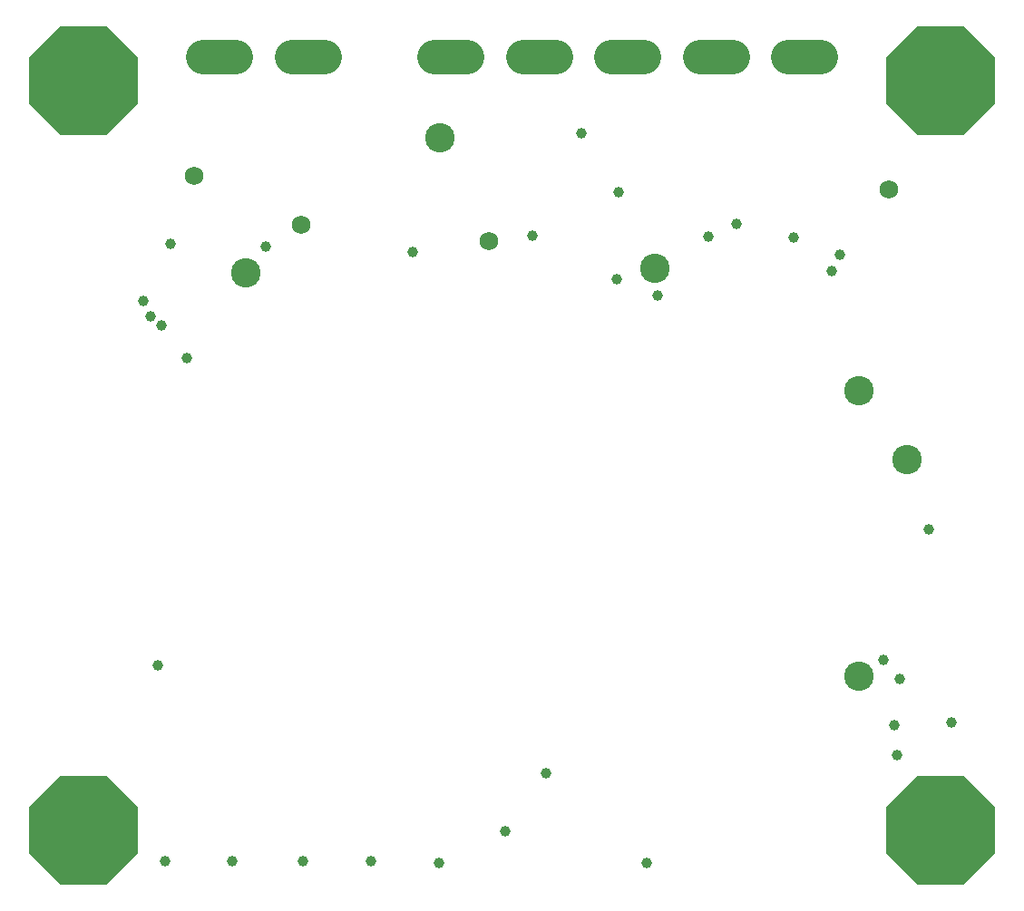
<source format=gbr>
G04 EAGLE Gerber RS-274X export*
G75*
%MOMM*%
%FSLAX34Y34*%
%LPD*%
%INSoldermask Top*%
%IPPOS*%
%AMOC8*
5,1,8,0,0,1.08239X$1,22.5*%
G01*
%ADD10P,11.043842X8X22.500000*%
%ADD11C,3.251200*%
%ADD12C,2.743200*%
%ADD13C,0.990600*%
%ADD14C,1.727200*%


D10*
X322580Y232410D03*
X1122680Y232410D03*
X1122680Y932180D03*
X322580Y932180D03*
D11*
X650520Y954900D02*
X681000Y954900D01*
X733020Y954900D02*
X763500Y954900D01*
X815520Y954900D02*
X846000Y954900D01*
X898070Y954900D02*
X928550Y954900D01*
X980620Y954900D02*
X1011100Y954900D01*
X465100Y954900D02*
X434620Y954900D01*
X517120Y954900D02*
X547600Y954900D01*
D12*
X1091580Y578500D03*
X855980Y756920D03*
X473710Y753110D03*
X655320Y878840D03*
D13*
X1111250Y513080D03*
X716280Y231140D03*
D12*
X1046480Y642620D03*
D14*
X526030Y797810D03*
D13*
X985520Y786130D03*
X905510Y786511D03*
X821690Y828040D03*
D14*
X425450Y843280D03*
D13*
X654050Y201930D03*
X590550Y203200D03*
X527050Y203200D03*
X461010Y203200D03*
X398780Y203200D03*
X848360Y201930D03*
X394970Y703580D03*
X419100Y673100D03*
X754380Y285390D03*
X378460Y726440D03*
X403860Y779729D03*
X492760Y777240D03*
X629920Y772160D03*
D14*
X701040Y782320D03*
D13*
X1069594Y391160D03*
X741680Y787400D03*
X384810Y712470D03*
X820420Y746760D03*
X1079500Y330200D03*
X787040Y883560D03*
X391541Y386080D03*
X858520Y731520D03*
X932180Y798830D03*
X1028700Y769620D03*
D14*
X1074420Y830580D03*
D13*
X1084580Y373380D03*
X1021080Y754380D03*
D12*
X1046480Y375920D03*
D13*
X1132840Y332740D03*
X1082040Y302260D03*
M02*

</source>
